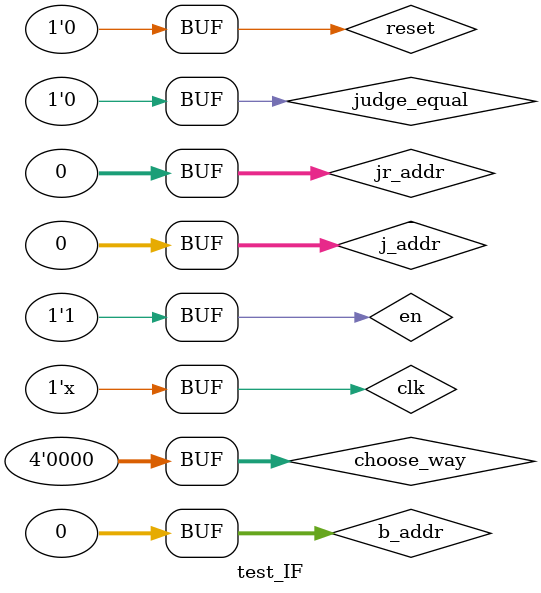
<source format=v>
`timescale 1ns / 1ps


module test_IF;

	// Inputs
	reg [31:0] j_addr;
	reg [31:0] b_addr;
	reg [31:0] jr_addr;
	reg judge_equal;
	reg [3:0] choose_way;
	reg reset;
	reg clk;
	reg en;

	// Outputs
	wire [31:0] Instruction;
	wire [31:0] PC_plus_4;
	wire [31:0] PC_plus_8;

	// Instantiate the Unit Under Test (UUT)
	IFU uut (
		.j_addr(j_addr), 
		.b_addr(b_addr), 
		.jr_addr(jr_addr), 
		.judge_equal(judge_equal), 
		.choose_way(choose_way), 
		.reset(reset), 
		.clk(clk), 
		.en(en), 
		.Instruction(Instruction), 
		.PC_plus_4(PC_plus_4), 
		.PC_plus_8(PC_plus_8)
	);

	
	initial begin
		// Initialize Inputs
		j_addr = 0;
		b_addr = 0;
		jr_addr = 0;
		judge_equal = 0;
		choose_way = 0;
		reset = 0;
		clk = 0;
		en = 1;
	end
    always #10 clk=~clk; 
      
endmodule


</source>
